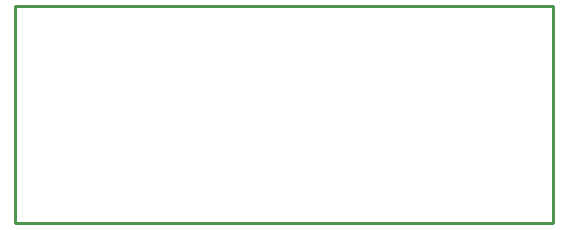
<source format=gbr>
G04 EAGLE Gerber RS-274X export*
G75*
%MOMM*%
%FSLAX34Y34*%
%LPD*%
%IN*%
%IPPOS*%
%AMOC8*
5,1,8,0,0,1.08239X$1,22.5*%
G01*
%ADD10C,0.000000*%
%ADD11C,0.254000*%


D10*
X0Y0D02*
X455730Y0D01*
X455730Y183390D01*
X0Y183390D01*
X0Y0D01*
D11*
X0Y0D02*
X455730Y0D01*
X455730Y183390D01*
X0Y183390D01*
X0Y0D01*
M02*

</source>
